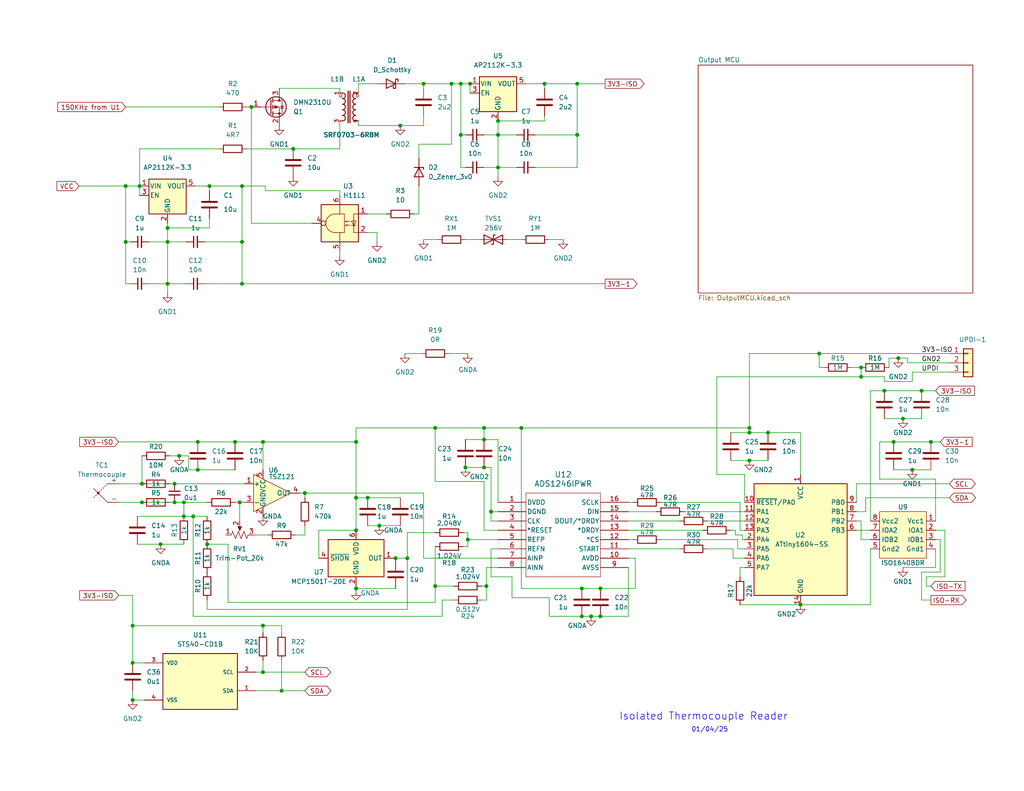
<source format=kicad_sch>
(kicad_sch (version 20250114) (generator "eeschema") (generator_version "9.0")
  (paper "USLetter")
  (text "Isolated Thermocouple Reader" (at 168.91 196.85 0) (effects (font (size 2 2)) (justify left bottom)))
  (text "01/04/25\n" (at 188.595 200.025 0) (effects (font (size 1.27 1.27)) (justify left bottom)))
  (junction (at 97.155 120.65))
  (junction (at 127.635 147.32))
  (junction (at 223.52 96.52))
  (junction (at 47.625 132.08))
  (junction (at 127 127.635))
  (junction (at 158.75 168.275))
  (junction (at 53.975 120.65))
  (junction (at 97.155 135.89))
  (junction (at 103.505 143.51))
  (junction (at 132.08 120.015))
  (junction (at 251.46 106.68))
  (junction (at 218.44 165.1))
  (junction (at 38.1 50.8))
  (junction (at 36.195 170.815))
  (junction (at 132.715 160.02))
  (junction (at 64.135 120.65))
  (junction (at 65.405 137.16))
  (junction (at 142.24 116.84))
  (junction (at 204.47 125.73))
  (junction (at 109.22 34.29))
  (junction (at 241.3 106.68))
  (junction (at 246.38 114.3))
  (junction (at 71.755 120.65))
  (junction (at 157.48 36.83))
  (junction (at 66.04 66.04))
  (junction (at 45.72 62.23))
  (junction (at 245.11 97.79))
  (junction (at 50.165 140.97))
  (junction (at 38.735 132.08))
  (junction (at 111.125 152.4))
  (junction (at 163.83 160.655))
  (junction (at 234.95 100.33))
  (junction (at 118.745 116.84))
  (junction (at 47.625 137.16))
  (junction (at 56.515 148.59))
  (junction (at 71.755 183.515))
  (junction (at 71.755 170.815))
  (junction (at 34.29 50.8))
  (junction (at 68.58 29.21))
  (junction (at 45.72 77.47))
  (junction (at 76.835 188.595))
  (junction (at 53.975 128.27))
  (junction (at 97.155 160.655))
  (junction (at 132.08 127.635))
  (junction (at 125.73 36.83))
  (junction (at 133.985 139.7))
  (junction (at 204.47 118.11))
  (junction (at 36.195 191.135))
  (junction (at 38.735 137.16))
  (junction (at 148.59 22.86))
  (junction (at 123.19 22.86))
  (junction (at 254 120.65))
  (junction (at 204.47 116.84))
  (junction (at 52.705 140.97))
  (junction (at 128.27 22.86))
  (junction (at 248.92 128.27))
  (junction (at 107.95 152.4))
  (junction (at 132.08 116.84))
  (junction (at 50.165 137.16))
  (junction (at 135.89 36.83))
  (junction (at 45.72 66.04))
  (junction (at 125.73 22.86))
  (junction (at 34.29 66.04))
  (junction (at 135.89 45.72))
  (junction (at 158.75 160.655))
  (junction (at 43.815 148.59))
  (junction (at 80.01 40.64))
  (junction (at 209.55 118.11))
  (junction (at 234.95 102.87))
  (junction (at 157.48 22.86))
  (junction (at 83.185 134.62))
  (junction (at 115.57 22.86))
  (junction (at 66.04 50.8))
  (junction (at 243.84 120.65))
  (junction (at 48.895 124.46))
  (junction (at 57.15 50.8))
  (junction (at 135.89 33.02))
  (junction (at 100.33 135.89))
  (junction (at 118.745 160.02))
  (junction (at 163.83 168.275))
  (junction (at 36.195 180.975))
  (junction (at 66.04 77.47))
  (junction (at 97.155 144.78))
  (junction (at 161.29 168.275))
  (wire (pts (xy 135.89 144.78) (xy 132.08 144.78)))
  (wire (pts (xy 100.33 143.51) (xy 103.505 143.51)))
  (wire (pts (xy 180.34 137.16) (xy 201.93 137.16)))
  (wire (pts (xy 135.89 45.72) (xy 135.89 36.83)))
  (wire (pts (xy 200.66 146.05) (xy 200.66 144.78)))
  (wire (pts (xy 157.48 36.83) (xy 157.48 22.86)))
  (wire (pts (xy 233.68 132.08) (xy 233.68 137.16)))
  (wire (pts (xy 111.125 145.415) (xy 118.745 145.415)))
  (wire (pts (xy 193.04 142.24) (xy 203.2 142.24)))
  (wire (pts (xy 241.3 106.68) (xy 251.46 106.68)))
  (wire (pts (xy 157.48 45.72) (xy 157.48 36.83)))
  (wire (pts (xy 234.95 142.24) (xy 234.95 147.32)))
  (wire (pts (xy 132.08 144.78) (xy 132.08 131.445)))
  (wire (pts (xy 92.71 33.02) (xy 92.71 40.64)))
  (wire (pts (xy 163.83 160.655) (xy 173.355 160.655)))
  (wire (pts (xy 107.95 153.035) (xy 107.95 152.4)))
  (wire (pts (xy 218.44 129.54) (xy 218.44 118.11)))
  (wire (pts (xy 66.04 66.04) (xy 66.04 77.47)))
  (wire (pts (xy 223.52 100.33) (xy 223.52 96.52)))
  (wire (pts (xy 122.555 96.52) (xy 127.635 96.52)))
  (wire (pts (xy 171.45 147.32) (xy 172.72 147.32)))
  (wire (pts (xy 57.15 59.69) (xy 57.15 62.23)))
  (wire (pts (xy 127 45.72) (xy 125.73 45.72)))
  (wire (pts (xy 203.2 129.54) (xy 203.2 137.16)))
  (wire (pts (xy 146.05 45.72) (xy 157.48 45.72)))
  (wire (pts (xy 92.71 24.13) (xy 92.71 25.4)))
  (wire (pts (xy 204.47 96.52) (xy 204.47 116.84)))
  (wire (pts (xy 241.3 114.3) (xy 246.38 114.3)))
  (wire (pts (xy 47.625 137.16) (xy 50.165 137.16)))
  (wire (pts (xy 92.71 52.07) (xy 72.39 52.07)))
  (wire (pts (xy 233.68 132.08) (xy 259.08 132.08)))
  (wire (pts (xy 127 36.83) (xy 125.73 36.83)))
  (wire (pts (xy 149.86 163.195) (xy 149.86 168.275)))
  (wire (pts (xy 92.71 68.58) (xy 92.71 69.85)))
  (wire (pts (xy 135.89 154.94) (xy 132.715 154.94)))
  (wire (pts (xy 69.85 188.595) (xy 76.835 188.595)))
  (wire (pts (xy 97.79 33.02) (xy 97.79 34.29)))
  (wire (pts (xy 76.835 188.595) (xy 83.185 188.595)))
  (wire (pts (xy 111.125 145.415) (xy 111.125 152.4)))
  (wire (pts (xy 56.515 140.97) (xy 52.705 140.97)))
  (wire (pts (xy 64.135 120.65) (xy 71.755 120.65)))
  (wire (pts (xy 52.705 140.97) (xy 50.165 140.97)))
  (wire (pts (xy 38.735 124.46) (xy 38.735 132.08)))
  (wire (pts (xy 248.92 128.27) (xy 254 128.27)))
  (wire (pts (xy 109.22 34.29) (xy 115.57 34.29)))
  (wire (pts (xy 240.03 120.65) (xy 243.84 120.65)))
  (wire (pts (xy 65.405 137.16) (xy 66.675 137.16)))
  (wire (pts (xy 34.29 50.8) (xy 38.1 50.8)))
  (wire (pts (xy 200.025 152.4) (xy 203.2 152.4)))
  (wire (pts (xy 132.715 160.02) (xy 131.445 160.02)))
  (wire (pts (xy 204.47 118.11) (xy 209.55 118.11)))
  (wire (pts (xy 114.3 43.18) (xy 114.3 39.37)))
  (wire (pts (xy 201.93 137.16) (xy 201.93 144.78)))
  (wire (pts (xy 107.95 152.4) (xy 111.125 152.4)))
  (wire (pts (xy 139.7 163.195) (xy 149.86 163.195)))
  (wire (pts (xy 32.385 132.08) (xy 38.735 132.08)))
  (wire (pts (xy 118.745 164.465) (xy 118.745 160.02)))
  (wire (pts (xy 118.745 131.445) (xy 118.745 116.84)))
  (wire (pts (xy 46.355 124.46) (xy 48.895 124.46)))
  (wire (pts (xy 114.3 39.37) (xy 123.19 39.37)))
  (wire (pts (xy 171.45 139.7) (xy 179.07 139.7)))
  (wire (pts (xy 45.72 66.04) (xy 45.72 62.23)))
  (wire (pts (xy 21.59 50.8) (xy 34.29 50.8)))
  (wire (pts (xy 38.1 50.8) (xy 38.1 53.34)))
  (wire (pts (xy 47.625 132.08) (xy 66.675 132.08)))
  (wire (pts (xy 32.385 120.65) (xy 53.975 120.65)))
  (wire (pts (xy 45.72 80.01) (xy 45.72 77.47)))
  (wire (pts (xy 55.88 77.47) (xy 66.04 77.47)))
  (wire (pts (xy 247.65 99.06) (xy 247.65 97.79)))
  (wire (pts (xy 132.08 116.84) (xy 132.08 120.015)))
  (wire (pts (xy 34.29 29.21) (xy 59.69 29.21)))
  (wire (pts (xy 71.755 180.34) (xy 71.755 183.515)))
  (wire (pts (xy 201.93 154.94) (xy 201.93 157.48)))
  (wire (pts (xy 195.58 129.54) (xy 203.2 129.54)))
  (wire (pts (xy 62.23 164.465) (xy 118.745 164.465)))
  (wire (pts (xy 36.195 162.56) (xy 36.195 170.815)))
  (wire (pts (xy 148.59 24.13) (xy 148.59 22.86)))
  (wire (pts (xy 36.195 170.815) (xy 36.195 180.975)))
  (wire (pts (xy 148.59 22.86) (xy 157.48 22.86)))
  (wire (pts (xy 69.85 183.515) (xy 71.755 183.515)))
  (wire (pts (xy 111.125 152.4) (xy 111.125 166.37)))
  (wire (pts (xy 37.465 148.59) (xy 43.815 148.59)))
  (wire (pts (xy 66.04 66.04) (xy 66.04 50.8)))
  (wire (pts (xy 40.64 66.04) (xy 45.72 66.04)))
  (wire (pts (xy 193.04 149.86) (xy 200.025 149.86)))
  (wire (pts (xy 53.975 120.65) (xy 64.135 120.65)))
  (wire (pts (xy 171.45 144.78) (xy 191.77 144.78)))
  (wire (pts (xy 199.39 144.78) (xy 200.66 144.78)))
  (wire (pts (xy 248.92 101.6) (xy 248.92 104.14)))
  (wire (pts (xy 201.93 144.78) (xy 203.2 144.78)))
  (wire (pts (xy 36.195 170.815) (xy 71.755 170.815)))
  (wire (pts (xy 237.49 106.68) (xy 237.49 142.24)))
  (wire (pts (xy 132.08 45.72) (xy 135.89 45.72)))
  (wire (pts (xy 118.745 149.225) (xy 118.745 160.02)))
  (wire (pts (xy 125.73 45.72) (xy 125.73 36.83)))
  (wire (pts (xy 232.41 100.33) (xy 234.95 100.33)))
  (wire (pts (xy 201.93 165.1) (xy 218.44 165.1)))
  (wire (pts (xy 237.49 149.86) (xy 237.49 165.1)))
  (wire (pts (xy 67.31 29.21) (xy 68.58 29.21)))
  (wire (pts (xy 83.185 146.05) (xy 83.185 143.51)))
  (wire (pts (xy 97.79 22.86) (xy 102.87 22.86)))
  (wire (pts (xy 37.465 140.97) (xy 50.165 140.97)))
  (wire (pts (xy 34.29 66.04) (xy 35.56 66.04)))
  (wire (pts (xy 143.51 22.86) (xy 148.59 22.86)))
  (wire (pts (xy 51.435 128.27) (xy 51.435 124.46)))
  (wire (pts (xy 123.19 39.37) (xy 123.19 22.86)))
  (wire (pts (xy 34.29 77.47) (xy 34.29 66.04)))
  (wire (pts (xy 135.89 139.7) (xy 133.985 139.7)))
  (wire (pts (xy 125.73 22.86) (xy 128.27 22.86)))
  (wire (pts (xy 224.79 100.33) (xy 223.52 100.33)))
  (wire (pts (xy 173.355 152.4) (xy 173.355 160.655)))
  (wire (pts (xy 133.985 127.635) (xy 132.08 127.635)))
  (wire (pts (xy 57.15 52.07) (xy 57.15 50.8)))
  (wire (pts (xy 255.27 147.32) (xy 256.54 147.32)))
  (wire (pts (xy 242.57 100.33) (xy 242.57 97.79)))
  (wire (pts (xy 142.24 116.84) (xy 142.24 160.655)))
  (wire (pts (xy 233.68 142.24) (xy 234.95 142.24)))
  (wire (pts (xy 128.27 22.86) (xy 128.27 25.4)))
  (wire (pts (xy 97.155 160.655) (xy 107.95 160.655)))
  (wire (pts (xy 123.19 22.86) (xy 125.73 22.86)))
  (wire (pts (xy 180.34 147.32) (xy 201.295 147.32)))
  (wire (pts (xy 135.89 149.86) (xy 133.985 149.86)))
  (wire (pts (xy 115.57 65.405) (xy 119.38 65.405)))
  (wire (pts (xy 97.155 160.02) (xy 97.155 160.655)))
  (wire (pts (xy 97.155 135.89) (xy 100.33 135.89)))
  (wire (pts (xy 76.2 24.13) (xy 92.71 24.13)))
  (wire (pts (xy 252.73 157.48) (xy 257.81 157.48)))
  (wire (pts (xy 234.95 102.87) (xy 195.58 102.87)))
  (wire (pts (xy 65.405 142.24) (xy 65.405 137.16)))
  (wire (pts (xy 127.635 145.415) (xy 127.635 147.32)))
  (wire (pts (xy 115.57 134.62) (xy 115.57 152.4)))
  (wire (pts (xy 68.58 29.21) (xy 68.58 60.96)))
  (wire (pts (xy 100.33 135.89) (xy 109.22 135.89)))
  (wire (pts (xy 97.79 22.86) (xy 97.79 25.4)))
  (wire (pts (xy 39.37 191.135) (xy 36.195 191.135)))
  (wire (pts (xy 56.515 166.37) (xy 111.125 166.37)))
  (wire (pts (xy 36.195 180.975) (xy 39.37 180.975)))
  (wire (pts (xy 254 120.65) (xy 256.54 120.65)))
  (wire (pts (xy 158.75 168.275) (xy 161.29 168.275)))
  (wire (pts (xy 201.93 154.94) (xy 203.2 154.94)))
  (wire (pts (xy 45.085 132.08) (xy 38.735 132.08)))
  (wire (pts (xy 51.435 124.46) (xy 48.895 124.46)))
  (wire (pts (xy 171.45 142.24) (xy 185.42 142.24)))
  (wire (pts (xy 132.715 163.83) (xy 132.715 160.02)))
  (wire (pts (xy 246.38 114.3) (xy 251.46 114.3)))
  (wire (pts (xy 72.39 50.8) (xy 66.04 50.8)))
  (wire (pts (xy 118.745 116.84) (xy 132.08 116.84)))
  (wire (pts (xy 133.985 157.48) (xy 139.7 157.48)))
  (wire (pts (xy 71.755 170.815) (xy 71.755 172.72)))
  (wire (pts (xy 50.165 137.16) (xy 56.515 137.16)))
  (wire (pts (xy 53.975 128.27) (xy 51.435 128.27)))
  (wire (pts (xy 38.1 40.64) (xy 59.69 40.64)))
  (wire (pts (xy 45.72 66.04) (xy 50.8 66.04)))
  (wire (pts (xy 234.95 100.33) (xy 234.95 102.87)))
  (wire (pts (xy 133.985 139.7) (xy 133.985 127.635)))
  (wire (pts (xy 132.08 36.83) (xy 135.89 36.83)))
  (wire (pts (xy 107.315 152.4) (xy 107.95 152.4)))
  (wire (pts (xy 157.48 22.86) (xy 165.1 22.86)))
  (wire (pts (xy 86.995 144.78) (xy 97.155 144.78)))
  (wire (pts (xy 132.08 116.84) (xy 142.24 116.84)))
  (wire (pts (xy 199.39 118.11) (xy 204.47 118.11)))
  (wire (pts (xy 126.365 149.225) (xy 127.635 149.225)))
  (wire (pts (xy 218.44 118.11) (xy 209.55 118.11)))
  (wire (pts (xy 127 120.015) (xy 132.08 120.015)))
  (wire (pts (xy 120.65 163.83) (xy 123.825 163.83)))
  (wire (pts (xy 171.45 149.86) (xy 185.42 149.86)))
  (wire (pts (xy 148.59 31.75) (xy 148.59 33.02)))
  (wire (pts (xy 252.73 160.02) (xy 252.73 157.48)))
  (wire (pts (xy 46.355 132.08) (xy 47.625 132.08)))
  (wire (pts (xy 32.385 162.56) (xy 36.195 162.56)))
  (wire (pts (xy 46.355 137.16) (xy 47.625 137.16)))
  (wire (pts (xy 36.195 191.135) (xy 36.195 188.595)))
  (wire (pts (xy 148.59 33.02) (xy 135.89 33.02)))
  (wire (pts (xy 255.27 142.24) (xy 255.27 130.81)))
  (wire (pts (xy 135.89 36.83) (xy 140.97 36.83)))
  (wire (pts (xy 243.84 120.65) (xy 254 120.65)))
  (wire (pts (xy 257.81 157.48) (xy 257.81 144.78)))
  (wire (pts (xy 202.565 147.32) (xy 203.2 147.32)))
  (wire (pts (xy 40.64 77.47) (xy 45.72 77.47)))
  (wire (pts (xy 135.89 120.015) (xy 135.89 137.16)))
  (wire (pts (xy 255.27 154.94) (xy 255.27 149.86)))
  (wire (pts (xy 237.49 106.68) (xy 241.3 106.68)))
  (wire (pts (xy 149.86 65.405) (xy 153.67 65.405)))
  (wire (pts (xy 223.52 96.52) (xy 259.08 96.52)))
  (wire (pts (xy 131.445 163.83) (xy 132.715 163.83)))
  (wire (pts (xy 71.755 120.65) (xy 97.155 120.65)))
  (wire (pts (xy 83.185 134.62) (xy 115.57 134.62)))
  (wire (pts (xy 45.72 77.47) (xy 45.72 66.04)))
  (wire (pts (xy 126.365 145.415) (xy 127.635 145.415)))
  (wire (pts (xy 199.39 125.73) (xy 204.47 125.73)))
  (wire (pts (xy 171.45 154.94) (xy 171.45 168.275)))
  (wire (pts (xy 233.68 139.7) (xy 236.22 139.7)))
  (wire (pts (xy 202.565 146.05) (xy 200.66 146.05)))
  (wire (pts (xy 135.89 48.26) (xy 135.89 45.72)))
  (wire (pts (xy 236.22 135.89) (xy 236.22 139.7)))
  (wire (pts (xy 171.45 152.4) (xy 173.355 152.4)))
  (wire (pts (xy 92.71 40.64) (xy 80.01 40.64)))
  (wire (pts (xy 247.65 97.79) (xy 245.11 97.79)))
  (wire (pts (xy 242.57 97.79) (xy 245.11 97.79)))
  (wire (pts (xy 66.04 50.8) (xy 57.15 50.8)))
  (wire (pts (xy 76.835 170.815) (xy 76.835 172.72)))
  (wire (pts (xy 92.71 52.07) (xy 92.71 53.34)))
  (wire (pts (xy 127.635 149.225) (xy 127.635 147.32)))
  (wire (pts (xy 52.705 140.97) (xy 52.705 168.275)))
  (wire (pts (xy 110.49 22.86) (xy 115.57 22.86)))
  (wire (pts (xy 71.755 120.65) (xy 71.755 128.27)))
  (wire (pts (xy 110.49 96.52) (xy 114.935 96.52)))
  (wire (pts (xy 34.29 66.04) (xy 34.29 50.8)))
  (wire (pts (xy 100.33 63.5) (xy 102.87 63.5)))
  (wire (pts (xy 103.505 143.51) (xy 109.22 143.51)))
  (wire (pts (xy 43.815 148.59) (xy 50.165 148.59)))
  (wire (pts (xy 132.08 120.015) (xy 135.89 120.015)))
  (wire (pts (xy 102.87 63.5) (xy 102.87 66.04)))
  (wire (pts (xy 118.745 160.02) (xy 123.825 160.02)))
  (wire (pts (xy 163.83 168.275) (xy 171.45 168.275)))
  (wire (pts (xy 248.92 104.14) (xy 241.3 104.14)))
  (wire (pts (xy 45.72 60.96) (xy 45.72 62.23)))
  (wire (pts (xy 62.23 148.59) (xy 62.23 164.465)))
  (wire (pts (xy 83.185 134.62) (xy 81.915 134.62)))
  (wire (pts (xy 243.84 128.27) (xy 248.92 128.27)))
  (wire (pts (xy 233.68 144.78) (xy 237.49 144.78)))
  (wire (pts (xy 127.635 147.32) (xy 135.89 147.32)))
  (wire (pts (xy 255.27 144.78) (xy 257.81 144.78)))
  (wire (pts (xy 38.1 40.64) (xy 38.1 50.8)))
  (wire (pts (xy 142.24 160.655) (xy 158.75 160.655)))
  (wire (pts (xy 80.645 146.05) (xy 83.185 146.05)))
  (wire (pts (xy 76.835 180.34) (xy 76.835 188.595)))
  (wire (pts (xy 186.69 139.7) (xy 203.2 139.7)))
  (wire (pts (xy 259.08 101.6) (xy 248.92 101.6)))
  (wire (pts (xy 71.755 183.515) (xy 83.185 183.515)))
  (wire (pts (xy 133.985 142.24) (xy 133.985 139.7)))
  (wire (pts (xy 86.995 152.4) (xy 86.995 144.78)))
  (wire (pts (xy 53.975 128.27) (xy 64.135 128.27)))
  (wire (pts (xy 135.89 45.72) (xy 140.97 45.72)))
  (wire (pts (xy 57.15 62.23) (xy 45.72 62.23)))
  (wire (pts (xy 203.2 149.86) (xy 201.295 149.86)))
  (wire (pts (xy 114.3 50.8) (xy 114.3 58.42)))
  (wire (pts (xy 149.86 168.275) (xy 158.75 168.275)))
  (wire (pts (xy 146.05 36.83) (xy 157.48 36.83)))
  (wire (pts (xy 241.3 104.14) (xy 241.3 102.87)))
  (wire (pts (xy 64.135 137.16) (xy 65.405 137.16)))
  (wire (pts (xy 71.755 170.815) (xy 76.835 170.815)))
  (wire (pts (xy 97.155 116.84) (xy 118.745 116.84)))
  (wire (pts (xy 139.7 157.48) (xy 139.7 163.195)))
  (wire (pts (xy 254 163.83) (xy 251.46 163.83)))
  (wire (pts (xy 45.72 77.47) (xy 50.8 77.47)))
  (wire (pts (xy 56.515 148.59) (xy 62.23 148.59)))
  (wire (pts (xy 115.57 152.4) (xy 135.89 152.4)))
  (wire (pts (xy 100.33 58.42) (xy 105.41 58.42)))
  (wire (pts (xy 53.34 50.8) (xy 57.15 50.8)))
  (wire (pts (xy 195.58 102.87) (xy 195.58 129.54)))
  (wire (pts (xy 204.47 118.11) (xy 204.47 116.84)))
  (wire (pts (xy 142.24 116.84) (xy 204.47 116.84)))
  (wire (pts (xy 83.185 135.89) (xy 83.185 134.62)))
  (wire (pts (xy 201.295 147.32) (xy 201.295 149.86)))
  (wire (pts (xy 165.1 77.47) (xy 66.04 77.47)))
  (wire (pts (xy 252.73 160.02) (xy 254 160.02)))
  (wire (pts (xy 35.56 77.47) (xy 34.29 77.47)))
  (wire (pts (xy 132.08 131.445) (xy 118.745 131.445)))
  (wire (pts (xy 204.47 125.73) (xy 209.55 125.73)))
  (wire (pts (xy 200.025 152.4) (xy 200.025 149.86)))
  (wire (pts (xy 251.46 156.21) (xy 256.54 156.21)))
  (wire (pts (xy 127 65.405) (xy 130.81 65.405)))
  (wire (pts (xy 127 127.635) (xy 132.08 127.635)))
  (wire (pts (xy 138.43 65.405) (xy 142.24 65.405)))
  (wire (pts (xy 161.29 168.275) (xy 163.83 168.275)))
  (wire (pts (xy 50.165 140.97) (xy 50.165 137.16)))
  (wire (pts (xy 115.57 31.75) (xy 115.57 34.29)))
  (wire (pts (xy 68.58 60.96) (xy 85.09 60.96)))
  (wire (pts (xy 251.46 106.68) (xy 255.27 106.68)))
  (wire (pts (xy 72.39 52.07) (xy 72.39 50.8)))
  (wire (pts (xy 123.19 22.86) (xy 115.57 22.86)))
  (wire (pts (xy 171.45 137.16) (xy 172.72 137.16)))
  (wire (pts (xy 132.715 154.94) (xy 132.715 160.02)))
  (wire (pts (xy 234.95 147.32) (xy 237.49 147.32)))
  (wire (pts (xy 115.57 22.86) (xy 115.57 24.13)))
  (wire (pts (xy 247.65 99.06) (xy 259.08 99.06)))
  (wire (pts (xy 218.44 165.1) (xy 237.49 165.1)))
  (wire (pts (xy 97.155 120.65) (xy 97.155 116.84)))
  (wire (pts (xy 52.705 168.275) (xy 120.65 168.275)))
  (wire (pts (xy 113.03 58.42) (xy 114.3 58.42)))
  (wire (pts (xy 125.73 36.83) (xy 125.73 22.86)))
  (wire (pts (xy 256.54 156.21) (xy 256.54 147.32)))
  (wire (pts (xy 240.03 130.81) (xy 255.27 130.81)))
  (wire (pts (xy 246.38 154.94) (xy 255.27 154.94)))
  (wire (pts (xy 202.565 147.32) (xy 202.565 146.05)))
  (wire (pts (xy 240.03 120.65) (xy 240.03 130.81)))
  (wire (pts (xy 97.155 135.89) (xy 97.155 144.78)))
  (wire (pts (xy 69.215 146.05) (xy 73.025 146.05)))
  (wire (pts (xy 97.155 160.655) (xy 97.155 161.29)))
  (wire (pts (xy 133.985 149.86) (xy 133.985 157.48)))
  (wire (pts (xy 97.155 135.89) (xy 97.155 120.65)))
  (wire (pts (xy 56.515 163.83) (xy 56.515 166.37)))
  (wire (pts (xy 67.31 40.64) (xy 80.01 40.64)))
  (wire (pts (xy 120.65 163.83) (xy 120.65 168.275)))
  (wire (pts (xy 135.89 142.24) (xy 133.985 142.24)))
  (wire (pts (xy 259.08 135.89) (xy 236.22 135.89)))
  (wire (pts (xy 55.88 66.04) (xy 66.04 66.04)))
  (wire (pts (xy 32.385 137.16) (xy 38.735 137.16)))
  (wire (pts (xy 97.79 34.29) (xy 109.22 34.29)))
  (wire (pts (xy 135.89 36.83) (xy 135.89 33.02)))
  (wire (pts (xy 38.735 137.16) (xy 45.085 137.16)))
  (wire (pts (xy 223.52 96.52) (xy 204.47 96.52)))
  (wire (pts (xy 251.46 163.83) (xy 251.46 156.21)))
  (wire (pts (xy 158.75 160.655) (xy 163.83 160.655)))
  (wire (pts (xy 241.3 102.87) (xy 234.95 102.87)))
  (label "GND2" (at 251.46 99.06 0))
  (label "3V3-ISO" (at 251.46 96.52 0))
  (label "UPDI" (at 251.46 101.6 0))
  (global_label "3V3-1" (shape input) (at 256.54 120.65 0) (property "Intersheetrefs" "${INTERSHEET_REFS}" (effects (hide yes))))
  (global_label "SDA" (shape bidirectional) (at 83.185 188.595 0) (property "Intersheetrefs" "${INTERSHEET_REFS}" (effects (hide yes))))
  (global_label "3V3-ISO" (shape output) (at 165.1 22.86 0) (property "Intersheetrefs" "${INTERSHEET_REFS}" (effects (hide yes))))
  (global_label "3V3-ISO" (shape input) (at 32.385 120.65 180) (property "Intersheetrefs" "${INTERSHEET_REFS}" (effects (hide yes))))
  (global_label "SDA" (shape bidirectional) (at 259.08 135.89 0) (property "Intersheetrefs" "${INTERSHEET_REFS}" (effects (hide yes))))
  (global_label "VCC" (shape input) (at 21.59 50.8 180) (property "Intersheetrefs" "${INTERSHEET_REFS}" (effects (hide yes))))
  (global_label "3V3-ISO" (shape input) (at 255.27 106.68 0) (property "Intersheetrefs" "${INTERSHEET_REFS}" (effects (hide yes))))
  (global_label "SCL" (shape bidirectional) (at 259.08 132.08 0) (property "Intersheetrefs" "${INTERSHEET_REFS}" (effects (hide yes))))
  (global_label "3V3-1" (shape output) (at 165.1 77.47 0) (property "Intersheetrefs" "${INTERSHEET_REFS}" (effects (hide yes))))
  (global_label "ISO-TX" (shape input) (at 254 160.02 0) (property "Intersheetrefs" "${INTERSHEET_REFS}" (effects (hide yes))))
  (global_label "150KHz from U1" (shape input) (at 34.29 29.21 180) (property "Intersheetrefs" "${INTERSHEET_REFS}" (effects (hide yes))))
  (global_label "3V3-ISO" (shape input) (at 32.385 162.56 180) (property "Intersheetrefs" "${INTERSHEET_REFS}" (effects (hide yes))))
  (global_label "SCL" (shape bidirectional) (at 83.185 183.515 0) (property "Intersheetrefs" "${INTERSHEET_REFS}" (effects (hide yes))))
  (global_label "ISO-RX" (shape output) (at 254 163.83 0) (property "Intersheetrefs" "${INTERSHEET_REFS}" (effects (hide yes))))
  (symbol (lib_id "power:GND2") (at 36.195 191.135 0) (unit 1)
    (property "Reference" "#PWR0123" (effects (hide yes)))
    (property "Value" "GND2" (at 36.195 196.215 0))
  )
  (symbol (lib_id "Device:R") (at 83.185 139.7 180) (unit 1)
    (property "Reference" "R7" (at 85.725 138.4299 0) (effects (justify right)))
    (property "Value" "470k" (at 85.725 140.9699 0) (effects (justify right)))
    (property "Footprint" "Resistor_SMD:R_0603_1608Metric" (effects (hide yes)))
  )
  (symbol (lib_id "Device:R") (at 228.6 100.33 90) (unit 1)
    (property "Reference" "R15" (at 228.6 97.79 90))
    (property "Value" "1M" (at 228.6 100.33 90))
    (property "Footprint" "Resistor_SMD:R_0603_1608Metric" (effects (hide yes)))
  )
  (symbol (lib_id "Device:R") (at 176.53 137.16 90) (unit 1)
    (property "Reference" "R25" (at 176.53 133.35 90))
    (property "Value" "47R" (at 176.53 135.255 90))
    (property "Footprint" "Resistor_SMD:R_0603_1608Metric" (effects (hide yes)))
  )
  (symbol (lib_id "power:GND2") (at 110.49 96.52 0) (unit 1)
    (property "Reference" "#PWR07" (effects (hide yes)))
    (property "Value" "GND2" (at 110.49 101.6 0))
  )
  (symbol (lib_id "Device:Thermocouple") (at 29.845 134.62 0) (unit 1)
    (property "Reference" "TC1" (at 27.813 127 0))
    (property "Value" "Thermocouple" (at 27.813 129.54 0))
    (property "Footprint" "custom:TypeKSocket" (effects (hide yes)))
  )
  (symbol (lib_id "Device:D_Schottky") (at 106.68 22.86 0) (mirror y) (unit 1)
    (property "Reference" "D1" (at 106.9975 16.51 0))
    (property "Value" "D_Schottky" (at 106.9975 19.05 0))
    (property "Footprint" "Diode_SMD:D_2010_5025Metric_Pad1.52x2.65mm_HandSolder" (effects (hide yes)))
  )
  (symbol (lib_id "Device:C_Small") (at 129.54 36.83 90) (unit 1)
    (property "Reference" "C5" (at 129.5463 30.48 90))
    (property "Value" "1u" (at 129.5463 33.02 90))
    (property "Footprint" "Capacitor_SMD:C_0402_1005Metric" (effects (hide yes)))
  )
  (symbol (lib_id "Device:R") (at 127.635 160.02 90) (unit 1)
    (property "Reference" "R23" (at 127.635 155.575 90))
    (property "Value" "1.024V" (at 127.635 157.48 90))
    (property "Footprint" "Resistor_SMD:R_0402_1005Metric_Pad0.72x0.64mm_HandSolder" (effects (hide yes)))
  )
  (symbol (lib_id "power:GND1") (at 80.01 48.26 0) (unit 1)
    (property "Reference" "#PWR0110" (effects (hide yes)))
    (property "Value" "GND1" (at 80.01 53.34 0))
  )
  (symbol (lib_id "Device:C_Small") (at 129.54 45.72 90) (unit 1)
    (property "Reference" "C6" (at 129.5463 39.37 90))
    (property "Value" "10n" (at 129.5463 41.91 90))
    (property "Footprint" "Capacitor_SMD:C_0402_1005Metric" (effects (hide yes)))
  )
  (symbol (lib_id "power:GND1") (at 76.2 34.29 0) (unit 1)
    (property "Reference" "#PWR0112" (effects (hide yes)))
    (property "Value" "GND1" (at 76.2 39.37 0))
  )
  (symbol (lib_id "power:GNDA") (at 97.155 161.29 0) (unit 1)
    (property "Reference" "#PWR0124" (effects (hide yes)))
    (property "Value" "GNDA" (at 100.965 161.925 0))
  )
  (symbol (lib_id "Device:C") (at 100.33 139.7 0) (unit 1)
    (property "Reference" "C18" (at 102.87 138.4299 0) (effects (justify left)))
    (property "Value" "1u" (at 102.87 140.9699 0) (effects (justify left)))
    (property "Footprint" "Capacitor_SMD:C_0402_1005Metric" (effects (hide yes)))
  )
  (symbol (lib_id "power:GND1") (at 246.38 154.94 0) (unit 1)
    (property "Reference" "#PWR0107" (effects (hide yes)))
    (property "Value" "GND1" (at 246.38 158.75 0))
  )
  (symbol (lib_id "Regulator_Linear:AP2112K-3.3") (at 45.72 53.34 0) (unit 1)
    (property "Reference" "U4" (at 45.72 43.18 0))
    (property "Value" "AP2112K-3.3" (at 45.72 45.72 0))
    (property "Footprint" "Package_TO_SOT_SMD:SOT-23-5" (effects (hide yes)))
    (property "Datasheet" "https://www.diodes.com/assets/Datasheets/AP2112.pdf" (effects (hide yes)))
  )
  (symbol (lib_id "Device:R") (at 122.555 149.225 270) (mirror x) (unit 1)
    (property "Reference" "R18" (at 122.555 153.67 90))
    (property "Value" "1.024V" (at 122.555 151.765 90))
    (property "Footprint" "Resistor_SMD:R_0402_1005Metric_Pad0.72x0.64mm_HandSolder" (effects (hide yes)))
  )
  (symbol (lib_id "Device:C_Small") (at 47.625 134.62 0) (unit 1)
    (property "Reference" "C13" (at 50.165 133.3562 0) (effects (justify left)))
    (property "Value" "0u1" (at 50.165 135.8962 0) (effects (justify left)))
    (property "Footprint" "Capacitor_SMD:C_0402_1005Metric" (effects (hide yes)))
  )
  (symbol (lib_id "Device:C_Small") (at 53.34 66.04 90) (unit 1)
    (property "Reference" "C11" (at 53.3463 59.69 90))
    (property "Value" "1u" (at 53.3463 62.23 90))
    (property "Footprint" "Capacitor_SMD:C_0402_1005Metric" (effects (hide yes)))
  )
  (symbol (lib_id "Device:R") (at 42.545 132.08 90) (unit 1)
    (property "Reference" "R4" (at 42.545 129.54 90))
    (property "Value" "1k" (at 42.545 132.08 90))
    (property "Footprint" "Resistor_SMD:R_0603_1608Metric" (effects (hide yes)))
  )
  (symbol (lib_id "power:GNDA") (at 48.895 124.46 0) (unit 1)
    (property "Reference" "#PWR0120" (effects (hide yes)))
    (property "Value" "GNDA" (at 48.895 128.27 0))
  )
  (symbol (lib_id "Device:C") (at 241.3 110.49 0) (unit 1)
    (property "Reference" "C27" (at 245.11 109.2199 0) (effects (justify left)))
    (property "Value" "1u" (at 245.11 111.7599 0) (effects (justify left)))
    (property "Footprint" "Capacitor_SMD:C_0402_1005Metric" (effects (hide yes)))
  )
  (symbol (lib_id "Transistor_FET:DMG2301L") (at 73.66 29.21 0) (unit 1)
    (property "Reference" "Q1" (at 80.01 30.4801 0) (effects (justify left)))
    (property "Value" "DMN2310U" (at 80.01 27.9401 0) (effects (justify left)))
    (property "Footprint" "Package_TO_SOT_SMD:SOT-23" (effects (hide yes)))
    (property "Datasheet" "https://www.diodes.com/assets/Datasheets/DMG2301L.pdf" (effects (hide yes)))
  )
  (symbol (lib_id "Device:R") (at 50.165 144.78 180) (unit 1)
    (property "Reference" "R13" (at 47.625 144.78 90))
    (property "Value" "1k" (at 50.165 144.78 90))
    (property "Footprint" "Resistor_SMD:R_0603_1608Metric" (effects (hide yes)))
  )
  (symbol (lib_id "power:GND2") (at 135.89 48.26 0) (unit 1)
    (property "Reference" "#PWR0109" (effects (hide yes)))
    (property "Value" "GND2" (at 135.89 53.34 0))
  )
  (symbol (lib_id "power:GND1") (at 248.92 128.27 0) (unit 1)
    (property "Reference" "#PWR04" (effects (hide yes)))
    (property "Value" "GND1" (at 248.92 132.08 0))
  )
  (symbol (lib_id "power:GNDA") (at 71.755 140.97 0) (unit 1)
    (property "Reference" "#PWR0121" (effects (hide yes)))
    (property "Value" "GNDA" (at 74.295 140.97 0))
  )
  (symbol (lib_id "Device:R") (at 60.325 137.16 90) (unit 1)
    (property "Reference" "R6" (at 60.325 134.62 90))
    (property "Value" "22k" (at 60.325 139.7 90))
    (property "Footprint" "Resistor_SMD:R_0603_1608Metric" (effects (hide yes)))
  )
  (symbol (lib_id "power:GND1") (at 92.71 69.85 0) (unit 1)
    (property "Reference" "#PWR0115" (effects (hide yes)))
    (property "Value" "GND1" (at 92.71 74.93 0))
  )
  (symbol (lib_id "Connector_Generic:Conn_01x03") (at 264.16 99.06 0) (unit 1)
    (property "Reference" "J6" (effects (hide yes)))
    (property "Value" "UPDI-1" (at 261.62 92.71 0) (effects (justify left)))
    (property "Footprint" "Connector_PinHeader_2.54mm:PinHeader_1x03_P2.54mm_Vertical" (effects (hide yes)))
  )
  (symbol (lib_id "Device:R") (at 189.23 149.86 90) (unit 1)
    (property "Reference" "R30" (at 189.23 146.05 90))
    (property "Value" "47R" (at 189.23 147.955 90))
    (property "Footprint" "Resistor_SMD:R_0603_1608Metric" (effects (hide yes)))
  )
  (symbol (lib_id "MCU_Microchip_ATtiny:ATtiny1604-SS") (at 218.44 147.32 0) (mirror y) (unit 1)
    (property "Reference" "U2" (at 219.71 146.05 0) (effects (justify left)))
    (property "Value" "ATtiny1604-SS" (at 226.06 148.59 0) (effects (justify left)))
    (property "Footprint" "Package_SO:SOIC-14_3.9x8.7mm_P1.27mm" (effects (hide yes)))
    (property "Datasheet" "http://ww1.microchip.com/downloads/en/DeviceDoc/ATtiny804_1604-Data-Sheet-40002028A.pdf" (effects (hide yes)))
  )
  (symbol (lib_id "Device:C") (at 80.01 44.45 0) (unit 1)
    (property "Reference" "C2" (at 83.82 43.1799 0) (effects (justify left)))
    (property "Value" "10u" (at 83.82 45.7199 0) (effects (justify left)))
    (property "Footprint" "Capacitor_SMD:C_0805_2012Metric_Pad1.18x1.45mm_HandSolder" (effects (hide yes)))
  )
  (symbol (lib_id "Device:C") (at 148.59 27.94 0) (unit 1)
    (property "Reference" "C4" (at 152.4 26.6699 0) (effects (justify left)))
    (property "Value" "2u2" (at 152.4 29.2099 0) (effects (justify left)))
    (property "Footprint" "Capacitor_SMD:C_0603_1608Metric" (effects (hide yes)))
  )
  (symbol (lib_id "Device:C_Small") (at 38.1 66.04 90) (unit 1)
    (property "Reference" "C9" (at 38.1063 59.69 90))
    (property "Value" "1u" (at 38.1063 62.23 90))
    (property "Footprint" "Capacitor_SMD:C_0402_1005Metric" (effects (hide yes)))
  )
  (symbol (lib_id "Device:C") (at 107.95 156.845 0) (unit 1)
    (property "Reference" "C20" (at 111.76 155.5749 0) (effects (justify left)))
    (property "Value" "1u" (at 111.76 158.1149 0) (effects (justify left)))
    (property "Footprint" "Capacitor_SMD:C_0402_1005Metric" (effects (hide yes)))
  )
  (symbol (lib_id "Device:C") (at 36.195 184.785 0) (unit 1)
    (property "Reference" "C36" (at 40.005 183.515 0) (effects (justify left)))
    (property "Value" "0u1" (at 40.005 186.055 0) (effects (justify left)))
    (property "Footprint" "Capacitor_SMD:C_0402_1005Metric" (effects (hide yes)))
  )
  (symbol (lib_id "Device:R_Potentiometer_US") (at 65.405 146.05 90) (unit 1)
    (property "Reference" "RV1" (at 65.405 149.86 90))
    (property "Value" "Trim-Pot_20k" (at 65.405 152.4 90))
    (property "Footprint" "custom:TRIM_TC33X-2-203E" (effects (hide yes)))
  )
  (symbol (lib_id "Device:C_Small") (at 143.51 45.72 90) (unit 1)
    (property "Reference" "C8" (at 143.5163 39.37 90))
    (property "Value" "10n" (at 143.5163 41.91 90))
    (property "Footprint" "Capacitor_SMD:C_0402_1005Metric" (effects (hide yes)))
  )
  (symbol (lib_id "Device:R") (at 176.53 147.32 90) (unit 1)
    (property "Reference" "R29" (at 176.53 143.51 90))
    (property "Value" "47R" (at 176.53 145.415 90))
    (property "Footprint" "Resistor_SMD:R_0603_1608Metric" (effects (hide yes)))
  )
  (symbol (lib_id "STS4x Temperature Sensors:STS4X") (at 54.61 186.055 0) (mirror y) (unit 1)
    (property "Reference" "U11" (at 54.61 173.355 0))
    (property "Value" "STS40-CD1B" (at 54.61 175.895 0))
    (property "Footprint" "custom:STS4X" (effects (hide yes)))
  )
  (symbol (lib_id "Device:R") (at 201.93 161.29 180) (unit 1)
    (property "Reference" "R17" (at 199.39 161.29 90))
    (property "Value" "22k" (at 204.47 161.29 90))
    (property "Footprint" "Resistor_SMD:R_0603_1608Metric" (effects (hide yes)))
  )
  (symbol (lib_id "power:GND2") (at 153.67 65.405 0) (unit 1)
    (property "Reference" "#PWR0118" (effects (hide yes)))
    (property "Value" "GND2" (at 153.67 70.485 0))
  )
  (symbol (lib_id "Device:C_Small") (at 143.51 36.83 90) (unit 1)
    (property "Reference" "C7" (at 143.5163 30.48 90))
    (property "Value" "1u" (at 143.5163 33.02 90))
    (property "Footprint" "Capacitor_SMD:C_0402_1005Metric" (effects (hide yes)))
  )
  (symbol (lib_id "power:GND2") (at 102.87 66.04 0) (unit 1)
    (property "Reference" "#PWR0114" (effects (hide yes)))
    (property "Value" "GND2" (at 102.87 71.12 0))
  )
  (symbol (lib_id "Reference_Voltage:MCP1501-10xCH") (at 97.155 152.4 0) (unit 1)
    (property "Reference" "U7" (at 86.995 156.21 0))
    (property "Value" "MCP1501T-20E" (at 86.995 158.75 0))
    (property "Footprint" "Package_TO_SOT_SMD:SOT-23-6" (effects (hide yes)))
    (property "Datasheet" "http://ww1.microchip.com/downloads/en/DeviceDoc/20005474E.pdf" (effects (hide yes)))
  )
  (symbol (lib_id "Device:R") (at 123.19 65.405 90) (unit 1)
    (property "Reference" "RX1" (at 123.19 59.69 90))
    (property "Value" "1M" (at 123.19 62.23 90))
    (property "Footprint" "Resistor_SMD:R_0603_1608Metric" (effects (hide yes)))
  )
  (symbol (lib_id "Device:C_Small") (at 53.34 77.47 90) (unit 1)
    (property "Reference" "C12" (at 53.3463 71.12 90))
    (property "Value" "10n" (at 53.3463 73.66 90))
    (property "Footprint" "Capacitor_SMD:C_0402_1005Metric" (effects (hide yes)))
  )
  (symbol (lib_id "Device:R") (at 118.745 96.52 270) (unit 1)
    (property "Reference" "R19" (at 118.745 90.17 90))
    (property "Value" "0R" (at 118.745 92.71 90))
    (property "Footprint" "Resistor_SMD:R_1206_3216Metric_Pad1.30x1.75mm_HandSolder" (effects (hide yes)))
  )
  (symbol (lib_id "Device:C") (at 132.08 123.825 0) (unit 1)
    (property "Reference" "C24" (at 135.89 122.5549 0) (effects (justify left)))
    (property "Value" "10n" (at 135.89 125.0949 0) (effects (justify left)))
    (property "Footprint" "Capacitor_SMD:C_0402_1005Metric" (effects (hide yes)))
  )
  (symbol (lib_id "power:GND1") (at 115.57 65.405 0) (unit 1)
    (property "Reference" "#PWR0113" (effects (hide yes)))
    (property "Value" "GND1" (at 115.57 70.485 0))
  )
  (symbol (lib_id "Device:C") (at 209.55 121.92 0) (unit 1)
    (property "Reference" "C26" (at 213.36 120.6499 0) (effects (justify left)))
    (property "Value" "10n" (at 213.36 123.1899 0) (effects (justify left)))
    (property "Footprint" "Capacitor_SMD:C_0402_1005Metric" (effects (hide yes)))
  )
  (symbol (lib_id "power:GND2") (at 246.38 114.3 0) (unit 1)
    (property "Reference" "#PWR0103" (effects (hide yes)))
    (property "Value" "GND2" (at 246.38 118.11 0))
  )
  (symbol (lib_id "Device:R") (at 63.5 29.21 90) (unit 1)
    (property "Reference" "R2" (at 63.5 22.86 90))
    (property "Value" "470" (at 63.5 25.4 90))
    (property "Footprint" "Resistor_SMD:R_0402_1005Metric" (effects (hide yes)))
  )
  (symbol (lib_id "Device:R") (at 76.835 146.05 90) (unit 1)
    (property "Reference" "R9" (at 76.835 143.51 90))
    (property "Value" "47k" (at 76.835 148.59 90))
    (property "Footprint" "Resistor_SMD:R_0603_1608Metric" (effects (hide yes)))
  )
  (symbol (lib_id "power:GND2") (at 127 127.635 0) (unit 1)
    (property "Reference" "#PWR0101" (effects (hide yes)))
    (property "Value" "GND2" (at 130.81 130.175 0))
  )
  (symbol (lib_id "Device:C") (at 158.75 164.465 0) (mirror y) (unit 1)
    (property "Reference" "C21" (at 154.94 163.1949 0) (effects (justify left)))
    (property "Value" "1u" (at 154.94 165.7349 0) (effects (justify left)))
    (property "Footprint" "Capacitor_SMD:C_0402_1005Metric" (effects (hide yes)))
  )
  (symbol (lib_id "Device:D_TVS") (at 134.62 65.405 0) (unit 1)
    (property "Reference" "TVS1" (at 134.62 59.69 0))
    (property "Value" "256V" (at 134.62 62.23 0))
    (property "Footprint" "custom:DO-214AA" (effects (hide yes)))
  )
  (symbol (lib_id "Device:R") (at 56.515 144.78 180) (unit 1)
    (property "Reference" "R12" (at 53.975 144.78 90))
    (property "Value" "1k" (at 56.515 144.78 90))
    (property "Footprint" "Resistor_SMD:R_0603_1608Metric" (effects (hide yes)))
  )
  (symbol (lib_id "Device:R") (at 42.545 137.16 90) (unit 1)
    (property "Reference" "R5" (at 42.545 134.62 90))
    (property "Value" "1k" (at 42.545 137.16 90))
    (property "Footprint" "Resistor_SMD:R_0603_1608Metric" (effects (hide yes)))
  )
  (symbol (lib_id "Device:R") (at 42.545 124.46 90) (unit 1)
    (property "Reference" "R20" (at 42.545 121.92 90))
    (property "Value" "10M" (at 42.545 127 90))
    (property "Footprint" "Resistor_SMD:R_0402_1005Metric" (effects (hide yes)))
  )
  (symbol (lib_id "Custom_parts:TSZ121ICT") (at 74.295 134.62 0) (unit 1)
    (property "Reference" "U6" (at 74.5841 127.635 0) (effects (justify top)))
    (property "Value" "TSZ121" (at 73.3141 130.175 0) (effects (justify left)))
    (property "Footprint" "Package_TO_SOT_SMD:SOT-353_SC-70-5" (effects (hide yes)))
    (property "Datasheet" "https://www.st.com/content/ccc/resource/technical/document/datasheet/9d/1c/c1/8f/72/a2/48/95/DM00062815.pdf/files/DM00062815.pdf/jcr:content/translations/en.DM00062815.pdf" (effects (hide yes)))
  )
  (symbol (lib_id "Device:C") (at 37.465 144.78 0) (unit 1)
    (property "Reference" "C14" (at 41.275 143.5099 0) (effects (justify left)))
    (property "Value" "1u" (at 41.275 146.0499 0) (effects (justify left)))
    (property "Footprint" "Capacitor_SMD:C_0402_1005Metric" (effects (hide yes)))
  )
  (symbol (lib_id "Device:R") (at 146.05 65.405 90) (unit 1)
    (property "Reference" "RY1" (at 146.05 59.69 90))
    (property "Value" "1M" (at 146.05 62.23 90))
    (property "Footprint" "Resistor_SMD:R_0603_1608Metric" (effects (hide yes)))
  )
  (symbol (lib_id "power:GND2") (at 218.44 165.1 0) (unit 1)
    (property "Reference" "#PWR0104" (effects (hide yes)))
    (property "Value" "GND2" (at 214.63 167.64 0))
  )
  (symbol (lib_id "power:GND1") (at 45.72 80.01 0) (unit 1)
    (property "Reference" "#PWR0116" (effects (hide yes)))
    (property "Value" "GND1" (at 45.72 85.09 0))
  )
  (symbol (lib_id "Device:C") (at 199.39 121.92 0) (unit 1)
    (property "Reference" "C25" (at 203.2 120.6499 0) (effects (justify left)))
    (property "Value" "1u" (at 203.2 123.1899 0) (effects (justify left)))
    (property "Footprint" "Capacitor_SMD:C_0402_1005Metric" (effects (hide yes)))
  )
  (symbol (lib_id "power:GNDA") (at 103.505 143.51 0) (unit 1)
    (property "Reference" "#PWR06" (effects (hide yes)))
    (property "Value" "GNDA" (at 107.315 144.78 0))
  )
  (symbol (lib_id "Device:R") (at 109.22 58.42 90) (unit 1)
    (property "Reference" "R3" (at 109.22 52.07 90))
    (property "Value" "10" (at 109.22 54.61 90))
    (property "Footprint" "Resistor_SMD:R_1206_3216Metric" (effects (hide yes)))
  )
  (symbol (lib_id "power:GNDA") (at 127.635 96.52 0) (unit 1)
    (property "Reference" "#PWR08" (effects (hide yes)))
    (property "Value" "GNDA" (at 127.635 100.965 0))
  )
  (symbol (lib_id "Device:C") (at 251.46 110.49 0) (unit 1)
    (property "Reference" "C28" (at 255.27 109.2199 0) (effects (justify left)))
    (property "Value" "10n" (at 255.27 111.7599 0) (effects (justify left)))
    (property "Footprint" "Capacitor_SMD:C_0402_1005Metric" (effects (hide yes)))
  )
  (symbol (lib_id "Device:C") (at 115.57 27.94 0) (unit 1)
    (property "Reference" "C3" (at 119.38 26.6699 0) (effects (justify left)))
    (property "Value" "2u2" (at 119.38 29.2099 0) (effects (justify left)))
    (property "Footprint" "Capacitor_SMD:C_0603_1608Metric" (effects (hide yes)))
  )
  (symbol (lib_id "power:GNDA") (at 161.29 168.275 0) (unit 1)
    (property "Reference" "#PWR05" (effects (hide yes)))
    (property "Value" "GNDA" (at 157.48 170.815 0))
  )
  (symbol (lib_id "power:GND2") (at 245.11 97.79 0) (unit 1)
    (property "Reference" "#PWR0102" (effects (hide yes)))
    (property "Value" "GND2" (at 245.11 102.87 0))
  )
  (symbol (lib_id "Device:R") (at 195.58 144.78 90) (unit 1)
    (property "Reference" "R28" (at 195.58 140.97 90))
    (property "Value" "47R" (at 195.58 142.875 90))
    (property "Footprint" "Resistor_SMD:R_0603_1608Metric" (effects (hide yes)))
  )
  (symbol (lib_id "Device:C") (at 109.22 139.7 0) (unit 1)
    (property "Reference" "C19" (at 111.76 138.4299 0) (effects (justify left)))
    (property "Value" "10n" (at 111.76 140.9699 0) (effects (justify left)))
    (property "Footprint" "Capacitor_SMD:C_0402_1005Metric" (effects (hide yes)))
  )
  (symbol (lib_id "Device:R") (at 122.555 145.415 90) (unit 1)
    (property "Reference" "R14" (at 122.555 140.97 90))
    (property "Value" "2.048V" (at 122.555 142.875 90))
    (property "Footprint" "Resistor_SMD:R_0402_1005Metric_Pad0.72x0.64mm_HandSolder" (effects (hide yes)))
  )
  (symbol (lib_id "Device:C") (at 53.975 124.46 0) (unit 1)
    (property "Reference" "C16" (at 57.785 123.1899 0) (effects (justify left)))
    (property "Value" "1u" (at 57.785 125.7299 0) (effects (justify left)))
    (property "Footprint" "Capacitor_SMD:C_0402_1005Metric" (effects (hide yes)))
  )
  (symbol (lib_id "Device:C") (at 254 124.46 0) (unit 1)
    (property "Reference" "C30" (at 257.81 123.1899 0) (effects (justify left)))
    (property "Value" "10n" (at 257.81 125.7299 0) (effects (justify left)))
    (property "Footprint" "Capacitor_SMD:C_0402_1005Metric" (effects (hide yes)))
  )
  (symbol (lib_id "Device:C") (at 243.84 124.46 0) (unit 1)
    (property "Reference" "C29" (at 247.65 123.1899 0) (effects (justify left)))
    (property "Value" "1u" (at 247.65 125.7299 0) (effects (justify left)))
    (property "Footprint" "Capacitor_SMD:C_0402_1005Metric" (effects (hide yes)))
  )
  (symbol (lib_id "Device:R") (at 56.515 160.02 180) (unit 1)
    (property "Reference" "R10" (at 53.975 160.02 90))
    (property "Value" "1k" (at 56.515 160.02 90))
    (property "Footprint" "Resistor_SMD:R_0603_1608Metric" (effects (hide yes)))
  )
  (symbol (lib_id "Device:R") (at 189.23 142.24 90) (unit 1)
    (property "Reference" "R27" (at 189.23 138.43 90))
    (property "Value" "47R" (at 189.23 140.335 90))
    (property "Footprint" "Resistor_SMD:R_0603_1608Metric" (effects (hide yes)))
  )
  (symbol (lib_id "Device:R") (at 238.76 100.33 90) (unit 1)
    (property "Reference" "R16" (at 238.76 97.79 90))
    (property "Value" "1M" (at 238.76 100.33 90))
    (property "Footprint" "Resistor_SMD:R_0603_1608Metric" (effects (hide yes)))
  )
  (symbol (lib_id "Device:R") (at 63.5 40.64 90) (unit 1)
    (property "Reference" "R1" (at 63.5 34.29 90))
    (property "Value" "4R7" (at 63.5 36.83 90))
    (property "Footprint" "Resistor_SMD:R_2512_6332Metric" (effects (hide yes)))
  )
  (symbol (lib_id "Device:R") (at 56.515 152.4 180) (unit 1)
    (property "Reference" "R11" (at 53.975 152.4 90))
    (property "Value" "1k" (at 56.515 152.4 90))
    (property "Footprint" "Resistor_SMD:R_0603_1608Metric" (effects (hide yes)))
  )
  (symbol (lib_id "power:GND2") (at 109.22 34.29 0) (unit 1)
    (property "Reference" "#PWR0111" (effects (hide yes)))
    (property "Value" "GND2" (at 109.22 39.37 0))
  )
  (symbol (lib_id "Regulator_Linear:AP2112K-3.3") (at 135.89 25.4 0) (unit 1)
    (property "Reference" "U5" (at 135.89 15.24 0))
    (property "Value" "AP2112K-3.3" (at 135.89 17.78 0))
    (property "Footprint" "Package_TO_SOT_SMD:SOT-23-5" (effects (hide yes)))
    (property "Datasheet" "https://www.diodes.com/assets/Datasheets/AP2112.pdf" (effects (hide yes)))
  )
  (symbol (lib_id "SRF0703-220M:SRF0703-220M") (at 95.25 29.21 0) (unit 2)
    (property "Reference" "L1" (at 90.17 21.59 0) (effects (justify left)))
    (property "Value" "SRF0703-6R8M" (at 88.265 36.83 0) (effects (justify left)))
    (property "Footprint" "custom:0703" (effects (hide yes)))
    (property "Description" "\n                        \n                            Shielded 2 Coil Inductor Array 88 µH Inductance - Connected in Series 22 µH Inductance - Connected in Parallel 150mOhm Max DC Resistance (DCR) - Parallel 1.62 A Nonstandard\n                        \n" (effects (hide yes)))
    (property "MF" "Bourns" (effects (hide yes)))
    (property "Package" "Nonstandard Bourns" (effects (hide yes)))
    (property "MPN" "SRF0703-220M" (effects (hide yes)))
    (property "Price" "None" (effects (hide yes)))
    (property "VALUE" "22uH" (effects (hide yes)))
    (property "SnapEDA_Link" "https://www.snapeda.com/parts/SRF0703-220M/Bourns/view-part/?ref=snap" (effects (hide yes)))
    (property "MP" "SRF0703-220M" (effects (hide yes)))
    (property "Availability" "In Stock" (effects (hide yes)))
    (property "Check_prices" "https://www.snapeda.com/parts/SRF0703-220M/Bourns/view-part/?ref=eda" (effects (hide yes)))
  )
  (symbol (lib_id "Device:R") (at 182.88 139.7 90) (unit 1)
    (property "Reference" "R26" (at 182.88 135.89 90))
    (property "Value" "47R" (at 182.88 137.795 90))
    (property "Footprint" "Resistor_SMD:R_0603_1608Metric" (effects (hide yes)))
  )
  (symbol (lib_id "Device:D_Zener") (at 114.3 46.99 270) (unit 1)
    (property "Reference" "D2" (at 116.84 45.7199 90) (effects (justify left)))
    (property "Value" "D_Zener_3v0" (at 116.84 48.2599 90) (effects (justify left)))
    (property "Footprint" "Diode_SMD:D_SOD-123" (effects (hide yes)))
  )
  (symbol (lib_id "SRF0703-220M:SRF0703-220M") (at 95.25 29.21 0) (mirror y) (unit 1)
    (property "Reference" "L1" (at 99.695 21.59 0) (effects (justify left)))
    (property "Value" "SRF0703-6R8M" (at 103.505 36.83 0) (effects (justify left)))
    (property "Footprint" "custom:0703" (effects (hide yes)))
    (property "Description" "\n                        \n                            Shielded 2 Coil Inductor Array 88 µH Inductance - Connected in Series 22 µH Inductance - Connected in Parallel 150mOhm Max DC Resistance (DCR) - Parallel 1.62 A Nonstandard\n                        \n" (effects (hide yes)))
    (property "MF" "Bourns" (effects (hide yes)))
    (property "Package" "Nonstandard Bourns" (effects (hide yes)))
    (property "MPN" "SRF0703-220M" (effects (hide yes)))
    (property "Price" "None" (effects (hide yes)))
    (property "VALUE" "22uH" (effects (hide yes)))
    (property "SnapEDA_Link" "https://www.snapeda.com/parts/SRF0703-220M/Bourns/view-part/?ref=snap" (effects (hide yes)))
    (property "MP" "SRF0703-220M" (effects (hide yes)))
    (property "Availability" "In Stock" (effects (hide yes)))
    (property "Check_prices" "https://www.snapeda.com/parts/SRF0703-220M/Bourns/view-part/?ref=eda" (effects (hide yes)))
  )
  (symbol (lib_id "Isolator:H11L1") (at 92.71 60.96 0) (mirror y) (unit 1)
    (property "Reference" "U3" (at 93.5989 50.8 0) (effects (justify right)))
    (property "Value" "H11L1" (at 93.5989 53.34 0) (effects (justify right)))
    (property "Footprint" "custom:H11L1-4" (effects (hide yes)))
    (property "Datasheet" "https://www.onsemi.com/pub/Collateral/H11L3M-D.PDF" (effects (hide yes)))
  )
  (symbol (lib_id "Device:C") (at 127 123.825 0) (mirror y) (unit 1)
    (property "Reference" "C23" (at 123.19 122.5549 0) (effects (justify left)))
    (property "Value" "1u" (at 123.19 125.0949 0) (effects (justify left)))
    (property "Footprint" "Capacitor_SMD:C_0402_1005Metric" (effects (hide yes)))
  )
  (symbol (lib_id "power:GNDA") (at 43.815 148.59 0) (unit 1)
    (property "Reference" "#PWR0108" (effects (hide yes)))
    (property "Value" "GNDA" (at 43.815 153.67 0))
  )
  (symbol (lib_id "Analog_ADC:ADS1246IPWR") (at 115.57 137.16 0) (unit 1)
    (property "Reference" "U12" (at 153.67 129.54 0) (effects (font (size 1.524 1.524))))
    (property "Value" "ADS1246IPWR" (at 153.67 132.08 0) (effects (font (size 1.524 1.524))))
    (property "Footprint" "Package_SO:PW16" (effects (hide yes)))
    (property "Datasheet" "ADS1246IPWR" (effects (hide yes)))
  )
  (symbol (lib_id "Device:C") (at 64.135 124.46 0) (unit 1)
    (property "Reference" "C17" (at 67.945 123.1899 0) (effects (justify left)))
    (property "Value" "10n" (at 67.945 125.7299 0) (effects (justify left)))
    (property "Footprint" "Capacitor_SMD:C_0402_1005Metric" (effects (hide yes)))
  )
  (symbol (lib_id "Device:C") (at 57.15 55.88 0) (unit 1)
    (property "Reference" "C1" (at 60.96 53.3399 0) (effects (justify left)))
    (property "Value" "10u" (at 60.96 57.1499 0) (effects (justify left)))
    (property "Footprint" "Capacitor_SMD:C_0805_2012Metric_Pad1.18x1.45mm_HandSolder" (effects (hide yes)))
  )
  (symbol (lib_id "Device:C_Small") (at 38.1 77.47 90) (unit 1)
    (property "Reference" "C10" (at 38.1063 71.12 90))
    (property "Value" "10n" (at 38.1063 73.66 90))
    (property "Footprint" "Capacitor_SMD:C_0402_1005Metric" (effects (hide yes)))
  )
  (symbol (lib_id "Custom_parts:ISO6721RB") (at 246.38 146.05 0) (mirror y) (unit 1)
    (property "Reference" "U9" (at 246.38 138.43 0))
    (property "Value" "ISO1640BDR" (at 246.38 153.67 0))
    (property "Footprint" "Package_SO:SOIC-8_3.9x4.9mm_P1.27mm" (effects (hide yes)))
  )
  (symbol (lib_id "Device:R") (at 76.835 176.53 0) (unit 1)
    (property "Reference" "R22" (at 79.375 175.26 0) (effects (justify left)))
    (property "Value" "10K" (at 79.375 177.8 0) (effects (justify left)))
    (property "Footprint" "Resistor_SMD:R_0603_1608Metric" (effects (hide yes)))
  )
  (symbol (lib_id "Device:R") (at 127.635 163.83 90) (mirror x) (unit 1)
    (property "Reference" "R24" (at 127.635 168.275 90))
    (property "Value" "0.512V" (at 127.635 166.37 90))
    (property "Footprint" "Resistor_SMD:R_0402_1005Metric_Pad0.72x0.64mm_HandSolder" (effects (hide yes)))
  )
  (symbol (lib_id "Device:C") (at 163.83 164.465 0) (unit 1)
    (property "Reference" "C22" (at 167.64 163.1949 0) (effects (justify left)))
    (property "Value" "10n" (at 167.64 165.7349 0) (effects (justify left)))
    (property "Footprint" "Capacitor_SMD:C_0402_1005Metric" (effects (hide yes)))
  )
  (symbol (lib_id "power:GND2") (at 204.47 125.73 0) (unit 1)
    (property "Reference" "#PWR0106" (effects (hide yes)))
    (property "Value" "GND2" (at 208.28 128.27 0))
  )
  (symbol (lib_id "Device:R") (at 71.755 176.53 0) (unit 1)
    (property "Reference" "R21" (at 66.675 175.26 0) (effects (justify left)))
    (property "Value" "10K" (at 66.675 177.8 0) (effects (justify left)))
    (property "Footprint" "Resistor_SMD:R_0603_1608Metric" (effects (hide yes)))
  )
  (sheet (at 190.5 17.78) (size 74.93 62.23) (stroke (width 0.1524))
    (property "Sheetname" "Output MCU" (at 190.5 17.0684 0) (effects (justify left bottom)))
    (property "Sheetfile" "OutputMCU.kicad_sch" (at 190.5 80.5946 0) (effects (justify left top)))
  )
)
</source>
